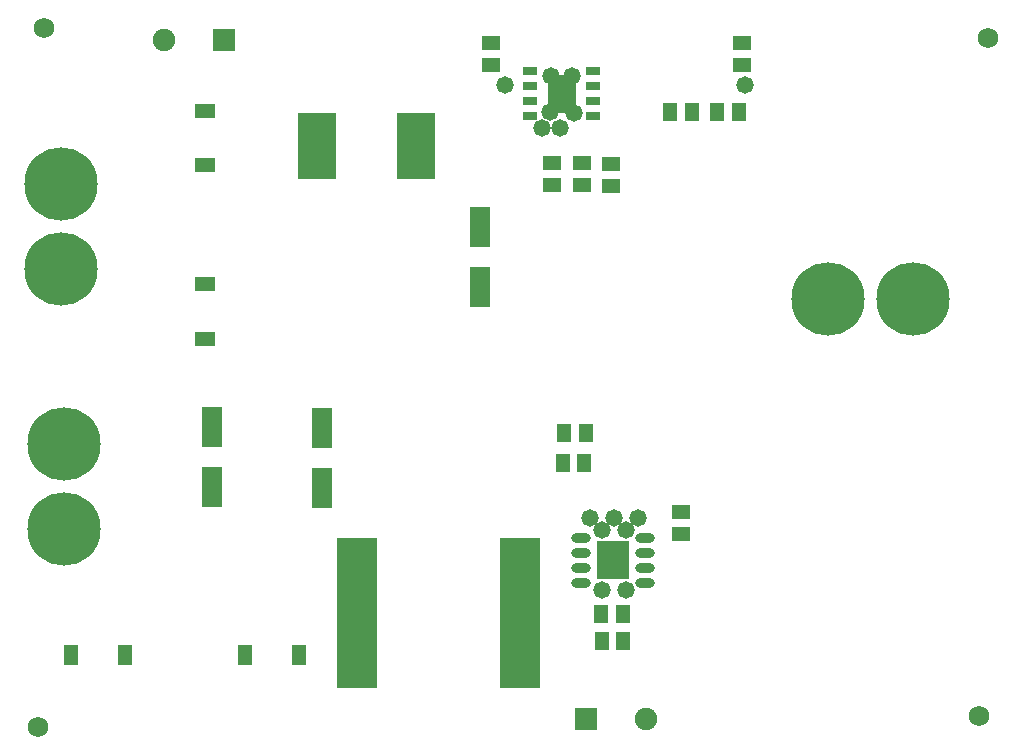
<source format=gbr>
%TF.GenerationSoftware,Altium Limited,Altium Designer,19.1.8 (144)*%
G04 Layer_Color=8388736*
%FSLAX26Y26*%
%MOIN*%
%TF.FileFunction,Soldermask,Top*%
%TF.Part,Single*%
G01*
G75*
%TA.AperFunction,ComponentPad*%
%ADD36R,0.067055X0.047370*%
%ADD37R,0.047370X0.067055*%
%ADD38C,0.244220*%
%TA.AperFunction,ViaPad*%
%ADD39C,0.068000*%
%TA.AperFunction,ComponentPad*%
%ADD40R,0.074929X0.074929*%
%ADD41C,0.074929*%
%TA.AperFunction,ViaPad*%
%ADD42C,0.058000*%
%TA.AperFunction,SMDPad,CuDef*%
%ADD48O,0.065087X0.031622*%
%ADD49R,0.106425X0.126110*%
%ADD50R,0.051307X0.027685*%
%ADD51R,0.094614X0.130047*%
%ADD52R,0.070992X0.133984*%
%ADD53R,0.132016X0.500126*%
%ADD54R,0.130047X0.224535*%
%ADD55R,0.063118X0.049339*%
%ADD56R,0.059181X0.049339*%
%ADD57R,0.049339X0.059181*%
%ADD58R,0.049339X0.063118*%
D36*
X695000Y1997638D02*
D03*
X695197Y2178740D02*
D03*
X695000Y1600000D02*
D03*
X695197Y1416929D02*
D03*
D37*
X827638Y365000D02*
D03*
X1008740Y364803D02*
D03*
X430000Y365000D02*
D03*
X246929Y364803D02*
D03*
D38*
X225000Y1068465D02*
D03*
Y785000D02*
D03*
X215000Y1933465D02*
D03*
Y1650000D02*
D03*
X3055630Y1550000D02*
D03*
X2772165D02*
D03*
D39*
X3305000Y2420000D02*
D03*
X3275000Y160000D02*
D03*
X140000Y125000D02*
D03*
X160000Y2455000D02*
D03*
D40*
X1965000Y150000D02*
D03*
X760000Y2415000D02*
D03*
D41*
X2165000Y150000D02*
D03*
X560000Y2415000D02*
D03*
D42*
X1820000Y2120000D02*
D03*
X1880000D02*
D03*
X2140000Y820000D02*
D03*
X2060000D02*
D03*
X1980000D02*
D03*
X2100000Y780000D02*
D03*
X2020000D02*
D03*
X2100000Y580000D02*
D03*
X2020000D02*
D03*
X1925000Y2170000D02*
D03*
X1845000Y2175000D02*
D03*
X1920000Y2295000D02*
D03*
X1850000D02*
D03*
X1695000Y2265000D02*
D03*
X2495000D02*
D03*
D48*
X1947165Y755000D02*
D03*
Y705000D02*
D03*
Y655000D02*
D03*
Y605000D02*
D03*
X2161732Y755000D02*
D03*
Y705000D02*
D03*
Y655000D02*
D03*
Y605000D02*
D03*
D49*
X2054449Y680000D02*
D03*
D50*
X1777165Y2210000D02*
D03*
Y2260000D02*
D03*
Y2310000D02*
D03*
Y2160000D02*
D03*
X1989764D02*
D03*
Y2310000D02*
D03*
Y2260000D02*
D03*
Y2210000D02*
D03*
D51*
X1884724Y2235394D02*
D03*
D52*
X717165Y1125000D02*
D03*
Y924213D02*
D03*
X1085000Y1120787D02*
D03*
Y920000D02*
D03*
X1612165Y1590000D02*
D03*
Y1790787D02*
D03*
D53*
X1202677Y505000D02*
D03*
X1745000D02*
D03*
D54*
X1396772Y2060000D02*
D03*
X1070000D02*
D03*
D55*
X1952165Y2002835D02*
D03*
Y1930000D02*
D03*
X2485000Y2332165D02*
D03*
Y2405000D02*
D03*
X1650000Y2402835D02*
D03*
Y2330000D02*
D03*
D56*
X1852165Y1932165D02*
D03*
Y2005000D02*
D03*
X2047165Y1928583D02*
D03*
Y2001417D02*
D03*
X2282165Y841417D02*
D03*
Y768583D02*
D03*
D57*
X2475000Y2175000D02*
D03*
X2402165D02*
D03*
X2090000Y410000D02*
D03*
X2017165D02*
D03*
D58*
X2244331Y2175000D02*
D03*
X2317165D02*
D03*
X1965000Y1105000D02*
D03*
X1892165D02*
D03*
X1960000Y1005000D02*
D03*
X1887165D02*
D03*
X2088583Y500000D02*
D03*
X2015748D02*
D03*
%TF.MD5,db7b96175b4637990dfeab87c934daf9*%
M02*

</source>
